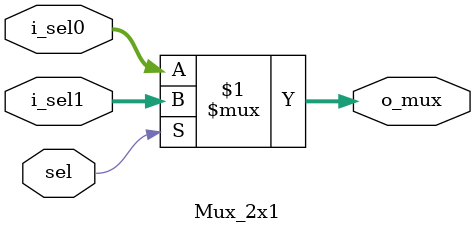
<source format=v>
`timescale 1ns / 1ps

module MUX_8x1 (
    input      [2:0] sel,
    input      [3:0] digit_1,
    input      [3:0] digit_10,
    input      [3:0] digit_100,
    input      [3:0] digit_1000,
    input      [3:0] digit_dot_1,
    input      [3:0] digit_dot_10,
    input      [3:0] digit_dot_100,
    input      [3:0] digit_dot_1000,

    output reg [3:0] mux_out
);
    always @(*) begin
        case (sel)
            3'b000: mux_out = digit_1;
            3'b001: mux_out = digit_10;
            3'b010: mux_out = digit_100;
            3'b011: mux_out = digit_1000;
            3'b100: mux_out = digit_dot_1;
            3'b101: mux_out = digit_dot_10;
            3'b110: mux_out = digit_dot_100;
            3'b111: mux_out = digit_dot_1000;
        endcase
    end
endmodule

module Mux_2x1 (
    input        sel,
    input  [3:0] i_sel0,
    input  [3:0] i_sel1,
    output [3:0] o_mux
);
    // sel 1: i_sell1 , sel 2:i_sell2
    assign o_mux = (sel) ? i_sel1:i_sel0;
endmodule

</source>
